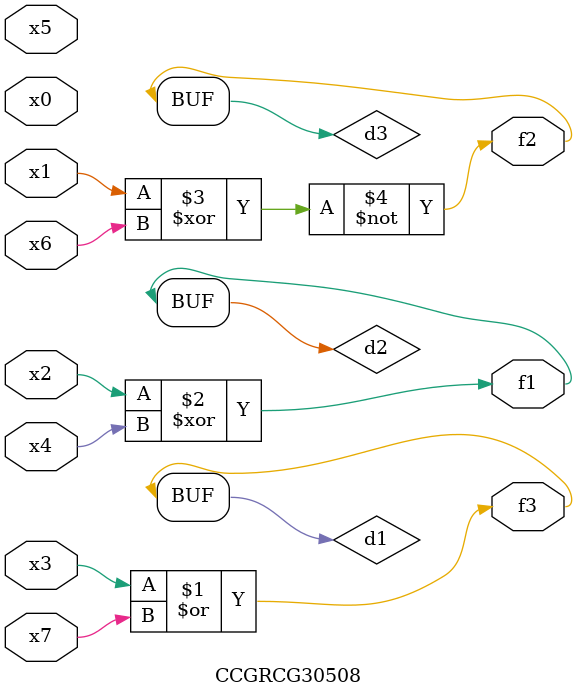
<source format=v>
module CCGRCG30508(
	input x0, x1, x2, x3, x4, x5, x6, x7,
	output f1, f2, f3
);

	wire d1, d2, d3;

	or (d1, x3, x7);
	xor (d2, x2, x4);
	xnor (d3, x1, x6);
	assign f1 = d2;
	assign f2 = d3;
	assign f3 = d1;
endmodule

</source>
